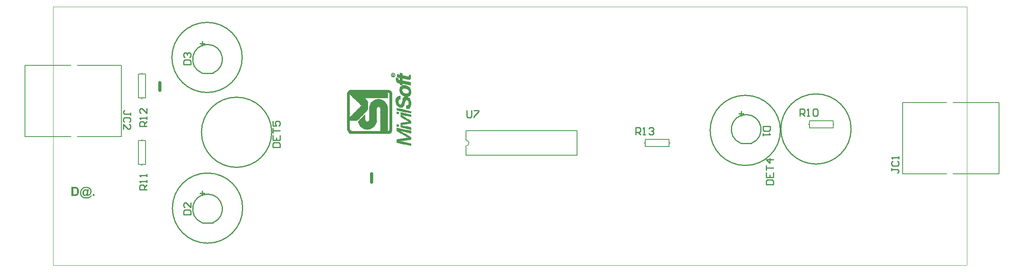
<source format=gto>
%FSLAX24Y24*%
%MOIN*%
G70*
G01*
G75*
G04 Layer_Color=61183*
%ADD10C,0.0276*%
%ADD11C,0.0394*%
%ADD12R,0.0669X0.0669*%
%ADD13C,0.0669*%
%ADD14C,0.2756*%
%ADD15C,0.0709*%
%ADD16R,0.0709X0.0709*%
%ADD17C,0.1161*%
%ADD18C,0.0787*%
%ADD19C,0.0079*%
%ADD20C,0.0100*%
%ADD21C,0.0039*%
%ADD22C,0.0030*%
G36*
X3512Y5846D02*
X3367D01*
Y5992D01*
X3512D01*
Y5846D01*
D02*
G37*
G36*
X2842Y6617D02*
X2854D01*
X2866Y6615D01*
X2881Y6613D01*
X2899Y6612D01*
X2916Y6609D01*
X2934Y6605D01*
X2974Y6596D01*
X3013Y6584D01*
X3032Y6576D01*
X3052Y6567D01*
X3053D01*
X3057Y6565D01*
X3061Y6561D01*
X3069Y6558D01*
X3077Y6552D01*
X3087Y6546D01*
X3110Y6530D01*
X3134Y6509D01*
X3160Y6485D01*
X3185Y6456D01*
X3206Y6423D01*
X3208Y6422D01*
X3209Y6418D01*
X3211Y6414D01*
X3215Y6407D01*
X3219Y6398D01*
X3224Y6387D01*
X3228Y6376D01*
X3234Y6363D01*
X3239Y6348D01*
X3243Y6332D01*
X3253Y6297D01*
X3258Y6259D01*
X3261Y6240D01*
Y6219D01*
Y6218D01*
Y6213D01*
Y6206D01*
X3259Y6197D01*
X3258Y6185D01*
X3256Y6172D01*
X3254Y6157D01*
X3250Y6139D01*
X3246Y6121D01*
X3241Y6102D01*
X3234Y6083D01*
X3226Y6062D01*
X3217Y6041D01*
X3205Y6021D01*
X3194Y6001D01*
X3179Y5980D01*
X3178Y5979D01*
X3174Y5974D01*
X3168Y5968D01*
X3160Y5959D01*
X3150Y5949D01*
X3138Y5938D01*
X3125Y5926D01*
X3108Y5913D01*
X3090Y5901D01*
X3070Y5889D01*
X3050Y5878D01*
X3027Y5867D01*
X3001Y5859D01*
X2975Y5852D01*
X2947Y5848D01*
X2918Y5846D01*
X2911D01*
X2903Y5848D01*
X2894Y5849D01*
X2873Y5853D01*
X2863Y5857D01*
X2854Y5861D01*
X2852Y5863D01*
X2850Y5864D01*
X2847Y5867D01*
X2842Y5873D01*
X2837Y5879D01*
X2832Y5887D01*
X2828Y5895D01*
X2825Y5905D01*
X2824Y5904D01*
X2822Y5903D01*
X2819Y5899D01*
X2814Y5896D01*
X2809Y5891D01*
X2802Y5887D01*
X2784Y5876D01*
X2764Y5865D01*
X2739Y5856D01*
X2713Y5849D01*
X2699Y5848D01*
X2684Y5846D01*
X2676D01*
X2670Y5848D01*
X2662Y5849D01*
X2654Y5850D01*
X2635Y5853D01*
X2612Y5860D01*
X2588Y5872D01*
X2577Y5878D01*
X2564Y5886D01*
X2553Y5895D01*
X2542Y5905D01*
X2541Y5906D01*
X2540Y5908D01*
X2538Y5911D01*
X2533Y5916D01*
X2530Y5921D01*
X2525Y5929D01*
X2519Y5938D01*
X2515Y5947D01*
X2504Y5970D01*
X2495Y5996D01*
X2488Y6027D01*
X2487Y6044D01*
X2486Y6062D01*
Y6063D01*
Y6068D01*
Y6074D01*
X2487Y6083D01*
X2488Y6093D01*
X2489Y6106D01*
X2492Y6120D01*
X2494Y6135D01*
X2499Y6152D01*
X2502Y6169D01*
X2508Y6188D01*
X2515Y6206D01*
X2523Y6226D01*
X2532Y6245D01*
X2542Y6265D01*
X2554Y6283D01*
X2555Y6285D01*
X2557Y6289D01*
X2562Y6295D01*
X2569Y6303D01*
X2577Y6312D01*
X2586Y6323D01*
X2598Y6333D01*
X2612Y6345D01*
X2625Y6356D01*
X2641Y6366D01*
X2659Y6377D01*
X2677Y6386D01*
X2698Y6394D01*
X2719Y6400D01*
X2742Y6405D01*
X2765Y6406D01*
X2774D01*
X2780Y6405D01*
X2788Y6403D01*
X2796Y6402D01*
X2817Y6396D01*
X2839Y6388D01*
X2850Y6383D01*
X2862Y6376D01*
X2872Y6368D01*
X2882Y6357D01*
X2892Y6347D01*
X2901Y6334D01*
X2914Y6393D01*
X3050D01*
X2972Y6022D01*
Y6021D01*
X2971Y6016D01*
X2970Y6010D01*
X2969Y6003D01*
X2967Y5988D01*
X2965Y5981D01*
Y5977D01*
Y5974D01*
X2967Y5970D01*
X2968Y5963D01*
X2971Y5957D01*
X2972Y5956D01*
X2975Y5955D01*
X2979Y5953D01*
X2985Y5951D01*
X2990D01*
X2994Y5953D01*
X3002Y5955D01*
X3012Y5958D01*
X3022Y5964D01*
X3035Y5971D01*
X3048Y5981D01*
X3050D01*
X3051Y5984D01*
X3058Y5988D01*
X3067Y5997D01*
X3080Y6009D01*
X3092Y6024D01*
X3107Y6042D01*
X3121Y6063D01*
X3134Y6086D01*
Y6087D01*
X3135Y6090D01*
X3137Y6093D01*
X3140Y6098D01*
X3142Y6104D01*
X3144Y6112D01*
X3151Y6129D01*
X3157Y6150D01*
X3163Y6173D01*
X3166Y6197D01*
X3167Y6223D01*
Y6225D01*
Y6229D01*
Y6236D01*
X3166Y6245D01*
X3165Y6256D01*
X3163Y6268D01*
X3159Y6282D01*
X3156Y6298D01*
X3151Y6315D01*
X3145Y6332D01*
X3137Y6349D01*
X3128Y6368D01*
X3118Y6385D01*
X3105Y6403D01*
X3091Y6421D01*
X3075Y6437D01*
X3074Y6438D01*
X3070Y6440D01*
X3066Y6445D01*
X3058Y6451D01*
X3048Y6456D01*
X3037Y6464D01*
X3024Y6473D01*
X3008Y6481D01*
X2991Y6489D01*
X2971Y6496D01*
X2950Y6504D01*
X2927Y6509D01*
X2903Y6515D01*
X2877Y6520D01*
X2848Y6522D01*
X2818Y6523D01*
X2804D01*
X2795Y6522D01*
X2782D01*
X2768Y6520D01*
X2753Y6519D01*
X2736Y6516D01*
X2699Y6509D01*
X2659Y6499D01*
X2639Y6492D01*
X2618Y6485D01*
X2599Y6476D01*
X2580Y6466D01*
X2579Y6464D01*
X2576Y6463D01*
X2571Y6460D01*
X2564Y6455D01*
X2556Y6449D01*
X2547Y6441D01*
X2537Y6433D01*
X2526Y6424D01*
X2515Y6413D01*
X2502Y6401D01*
X2490Y6387D01*
X2478Y6373D01*
X2455Y6341D01*
X2434Y6304D01*
Y6303D01*
X2432Y6300D01*
X2429Y6294D01*
X2426Y6286D01*
X2422Y6277D01*
X2419Y6265D01*
X2414Y6252D01*
X2410Y6238D01*
X2405Y6222D01*
X2401Y6206D01*
X2394Y6169D01*
X2388Y6130D01*
X2386Y6089D01*
Y6087D01*
Y6084D01*
Y6078D01*
X2387Y6070D01*
Y6061D01*
X2389Y6049D01*
X2390Y6037D01*
X2392Y6023D01*
X2399Y5992D01*
X2409Y5958D01*
X2422Y5925D01*
X2430Y5908D01*
X2440Y5890D01*
X2441Y5889D01*
X2442Y5887D01*
X2445Y5882D01*
X2450Y5875D01*
X2456Y5868D01*
X2463Y5860D01*
X2471Y5851D01*
X2480Y5841D01*
X2490Y5830D01*
X2502Y5820D01*
X2528Y5798D01*
X2560Y5777D01*
X2594Y5760D01*
X2595D01*
X2599Y5758D01*
X2605Y5757D01*
X2612Y5753D01*
X2621Y5751D01*
X2632Y5747D01*
X2645Y5743D01*
X2660Y5739D01*
X2676Y5736D01*
X2693Y5731D01*
X2712Y5728D01*
X2731Y5725D01*
X2775Y5721D01*
X2821Y5718D01*
X2833D01*
X2842Y5720D01*
X2852D01*
X2865Y5721D01*
X2879Y5722D01*
X2894Y5723D01*
X2927Y5727D01*
X2963Y5733D01*
X2999Y5742D01*
X3034Y5753D01*
X3035D01*
X3037Y5754D01*
X3042Y5757D01*
X3048Y5760D01*
X3055Y5763D01*
X3065Y5768D01*
X3085Y5780D01*
X3107Y5793D01*
X3132Y5812D01*
X3156Y5833D01*
X3178Y5857D01*
X3288D01*
Y5856D01*
X3286Y5852D01*
X3283Y5846D01*
X3279Y5840D01*
X3273Y5830D01*
X3266Y5821D01*
X3258Y5810D01*
X3249Y5797D01*
X3239Y5784D01*
X3227Y5770D01*
X3213Y5758D01*
X3200Y5744D01*
X3183Y5730D01*
X3167Y5717D01*
X3149Y5705D01*
X3129Y5693D01*
X3128Y5692D01*
X3123Y5690D01*
X3117Y5686D01*
X3107Y5683D01*
X3096Y5677D01*
X3081Y5671D01*
X3065Y5665D01*
X3046Y5659D01*
X3025Y5652D01*
X3002Y5646D01*
X2978Y5640D01*
X2952Y5634D01*
X2924Y5631D01*
X2894Y5627D01*
X2863Y5625D01*
X2831Y5624D01*
X2814D01*
X2802Y5625D01*
X2787Y5626D01*
X2771Y5627D01*
X2751Y5629D01*
X2730Y5631D01*
X2707Y5634D01*
X2683Y5638D01*
X2635Y5648D01*
X2609Y5655D01*
X2584Y5663D01*
X2560Y5671D01*
X2535Y5682D01*
X2534Y5683D01*
X2530Y5684D01*
X2524Y5687D01*
X2516Y5692D01*
X2505Y5699D01*
X2493Y5706D01*
X2480Y5714D01*
X2466Y5724D01*
X2451Y5736D01*
X2436Y5748D01*
X2421Y5762D01*
X2406Y5777D01*
X2391Y5793D01*
X2377Y5812D01*
X2364Y5830D01*
X2352Y5851D01*
X2351Y5852D01*
X2350Y5856D01*
X2346Y5863D01*
X2343Y5871D01*
X2338Y5881D01*
X2334Y5894D01*
X2328Y5908D01*
X2322Y5924D01*
X2316Y5941D01*
X2311Y5959D01*
X2306Y5980D01*
X2301Y6001D01*
X2294Y6047D01*
X2293Y6071D01*
X2292Y6095D01*
Y6097D01*
Y6102D01*
Y6109D01*
X2293Y6120D01*
X2294Y6134D01*
X2296Y6149D01*
X2298Y6165D01*
X2300Y6184D01*
X2305Y6204D01*
X2308Y6226D01*
X2314Y6248D01*
X2321Y6271D01*
X2329Y6295D01*
X2338Y6319D01*
X2349Y6342D01*
X2360Y6366D01*
X2361Y6368D01*
X2364Y6372D01*
X2367Y6378D01*
X2373Y6387D01*
X2380Y6398D01*
X2388Y6409D01*
X2398Y6423D01*
X2410Y6437D01*
X2422Y6452D01*
X2436Y6468D01*
X2452Y6483D01*
X2469Y6499D01*
X2487Y6514D01*
X2505Y6529D01*
X2526Y6542D01*
X2548Y6554D01*
X2549Y6556D01*
X2554Y6557D01*
X2560Y6560D01*
X2569Y6565D01*
X2580Y6569D01*
X2594Y6574D01*
X2609Y6580D01*
X2626Y6587D01*
X2646Y6592D01*
X2667Y6598D01*
X2689Y6603D01*
X2713Y6607D01*
X2738Y6612D01*
X2765Y6615D01*
X2791Y6617D01*
X2820Y6618D01*
X2833D01*
X2842Y6617D01*
D02*
G37*
G36*
X1885Y6603D02*
X1906Y6602D01*
X1930Y6601D01*
X1953Y6598D01*
X1976Y6594D01*
X1997Y6589D01*
X1998D01*
X2000Y6588D01*
X2004Y6587D01*
X2008Y6586D01*
X2020Y6580D01*
X2036Y6573D01*
X2053Y6564D01*
X2072Y6551D01*
X2092Y6536D01*
X2110Y6519D01*
X2111D01*
X2112Y6516D01*
X2118Y6509D01*
X2126Y6499D01*
X2138Y6485D01*
X2149Y6467D01*
X2161Y6446D01*
X2172Y6423D01*
X2183Y6396D01*
Y6395D01*
X2184Y6393D01*
X2185Y6390D01*
X2186Y6384D01*
X2188Y6377D01*
X2191Y6368D01*
X2193Y6358D01*
X2195Y6347D01*
X2198Y6334D01*
X2200Y6321D01*
X2204Y6290D01*
X2207Y6256D01*
X2208Y6218D01*
Y6217D01*
Y6213D01*
Y6208D01*
Y6202D01*
X2207Y6194D01*
Y6184D01*
X2204Y6162D01*
X2202Y6137D01*
X2198Y6110D01*
X2192Y6083D01*
X2184Y6056D01*
Y6055D01*
X2183Y6053D01*
X2181Y6048D01*
X2179Y6042D01*
X2176Y6036D01*
X2172Y6027D01*
X2163Y6009D01*
X2151Y5987D01*
X2138Y5965D01*
X2121Y5943D01*
X2103Y5923D01*
X2101Y5921D01*
X2096Y5916D01*
X2087Y5909D01*
X2075Y5901D01*
X2059Y5890D01*
X2041Y5880D01*
X2020Y5871D01*
X1996Y5861D01*
X1993Y5860D01*
X1987Y5859D01*
X1976Y5857D01*
X1960Y5855D01*
X1942Y5851D01*
X1919Y5849D01*
X1891Y5848D01*
X1861Y5846D01*
X1575D01*
Y6604D01*
X1876D01*
X1885Y6603D01*
D02*
G37*
%LPC*%
G36*
X1829Y6476D02*
X1728D01*
Y5974D01*
X1863D01*
X1877Y5976D01*
X1891D01*
X1907Y5978D01*
X1921Y5979D01*
X1932Y5981D01*
X1934D01*
X1939Y5984D01*
X1946Y5986D01*
X1954Y5988D01*
X1975Y5999D01*
X1985Y6004D01*
X1995Y6012D01*
X1996Y6014D01*
X1999Y6017D01*
X2003Y6022D01*
X2008Y6030D01*
X2015Y6040D01*
X2021Y6053D01*
X2028Y6068D01*
X2034Y6085D01*
Y6086D01*
X2035Y6087D01*
Y6091D01*
X2036Y6094D01*
X2038Y6106D01*
X2042Y6122D01*
X2045Y6142D01*
X2048Y6166D01*
X2049Y6194D01*
X2050Y6225D01*
Y6226D01*
Y6228D01*
Y6233D01*
Y6240D01*
Y6247D01*
X2049Y6255D01*
X2048Y6274D01*
X2047Y6296D01*
X2043Y6318D01*
X2040Y6340D01*
X2034Y6358D01*
X2033Y6361D01*
X2032Y6366D01*
X2028Y6375D01*
X2023Y6385D01*
X2017Y6398D01*
X2010Y6409D01*
X2002Y6422D01*
X1991Y6432D01*
X1990Y6433D01*
X1987Y6437D01*
X1980Y6441D01*
X1972Y6447D01*
X1962Y6453D01*
X1950Y6459D01*
X1936Y6463D01*
X1921Y6468D01*
X1920D01*
X1914Y6469D01*
X1906Y6470D01*
X1893Y6473D01*
X1885D01*
X1876Y6474D01*
X1867D01*
X1855Y6475D01*
X1842D01*
X1829Y6476D01*
D02*
G37*
G36*
X2778Y6312D02*
X2769D01*
X2761Y6310D01*
X2750Y6308D01*
X2737Y6304D01*
X2723Y6297D01*
X2710Y6289D01*
X2695Y6278D01*
X2693Y6277D01*
X2689Y6271D01*
X2682Y6264D01*
X2674Y6252D01*
X2665Y6238D01*
X2655Y6222D01*
X2646Y6202D01*
X2638Y6180D01*
Y6179D01*
X2637Y6177D01*
Y6174D01*
X2636Y6169D01*
X2632Y6157D01*
X2629Y6142D01*
X2625Y6124D01*
X2623Y6106D01*
X2621Y6086D01*
X2620Y6068D01*
Y6067D01*
Y6066D01*
Y6062D01*
Y6057D01*
X2621Y6046D01*
X2623Y6031D01*
X2626Y6015D01*
X2631Y6000D01*
X2637Y5984D01*
X2646Y5971D01*
X2647Y5970D01*
X2651Y5966D01*
X2656Y5962D01*
X2665Y5956D01*
X2674Y5950D01*
X2685Y5946D01*
X2698Y5942D01*
X2712Y5941D01*
X2716D01*
X2722Y5942D01*
X2729Y5943D01*
X2738Y5944D01*
X2748Y5947D01*
X2757Y5950D01*
X2767Y5955D01*
X2768D01*
X2771Y5957D01*
X2774Y5959D01*
X2780Y5963D01*
X2791Y5973D01*
X2805Y5987D01*
X2806Y5988D01*
X2810Y5993D01*
X2816Y6000D01*
X2821Y6010D01*
X2829Y6023D01*
X2836Y6039D01*
X2844Y6057D01*
X2852Y6078D01*
Y6079D01*
X2854Y6081D01*
X2855Y6084D01*
X2856Y6089D01*
X2859Y6100D01*
X2863Y6115D01*
X2866Y6132D01*
X2870Y6152D01*
X2872Y6172D01*
X2873Y6191D01*
Y6192D01*
Y6194D01*
Y6200D01*
X2872Y6211D01*
X2870Y6223D01*
X2866Y6238D01*
X2862Y6253D01*
X2855Y6267D01*
X2846Y6280D01*
X2844Y6281D01*
X2841Y6285D01*
X2835Y6290D01*
X2827Y6296D01*
X2817Y6302D01*
X2805Y6308D01*
X2793Y6311D01*
X2778Y6312D01*
D02*
G37*
%LPD*%
D10*
X8996Y14724D02*
Y15384D01*
X26791Y6998D02*
Y7697D01*
D19*
X34725Y10045D02*
G03*
X34725Y10545I0J250D01*
G01*
X34725Y9252D02*
Y10045D01*
Y10545D02*
Y11339D01*
X44055Y9252D02*
Y11339D01*
X34725Y9252D02*
X44055D01*
X34725Y11339D02*
X44055D01*
X-2342Y10839D02*
Y16839D01*
X1537D01*
X2078D02*
X5760D01*
Y10839D02*
Y16839D01*
X2078Y10839D02*
X5760D01*
X-2342D02*
X1537D01*
X7200Y10508D02*
X7500D01*
X7200Y8508D02*
Y10508D01*
Y8508D02*
X7800D01*
Y10508D01*
X7500D02*
X7800D01*
X7500Y8418D02*
Y8508D01*
Y10508D02*
Y10598D01*
Y14096D02*
X7800D01*
Y16096D01*
X7200D02*
X7800D01*
X7200Y14096D02*
Y16096D01*
Y14096D02*
X7500D01*
Y16096D02*
Y16186D01*
Y14006D02*
Y14096D01*
X79547Y7689D02*
Y13689D01*
X75668Y7689D02*
X79547D01*
X71445D02*
X75127D01*
X71445D02*
Y13689D01*
X75127D01*
X75668D02*
X79547D01*
X49717Y10295D02*
X49807D01*
X51807D02*
X51897D01*
X49807D02*
Y10595D01*
X51807D01*
Y9995D02*
Y10595D01*
X49807Y9995D02*
X51807D01*
X49807D02*
Y10295D01*
X65587Y11870D02*
X65677D01*
X63497D02*
X63587D01*
X65587Y11570D02*
Y11870D01*
X63587Y11570D02*
X65587D01*
X63587D02*
Y12170D01*
X65587D01*
Y11870D02*
Y12170D01*
D20*
X15925Y17500D02*
G03*
X15925Y17500I-2953J0D01*
G01*
X15965Y4815D02*
G03*
X15965Y4815I-2953J0D01*
G01*
X18406Y11201D02*
G03*
X18406Y11201I-2953J0D01*
G01*
X61162Y11358D02*
G03*
X61162Y11358I-2953J0D01*
G01*
X58746Y10280D02*
G03*
X57818Y10282I-462J1159D01*
G01*
X13471Y3587D02*
G03*
X12543Y3589I-462J1159D01*
G01*
X13471Y16186D02*
G03*
X12543Y16187I-462J1159D01*
G01*
X67106Y11476D02*
G03*
X67106Y11476I-2953J0D01*
G01*
X57835Y10276D02*
X58730D01*
X57654Y12775D02*
X57854D01*
X58054D01*
X57854Y12575D02*
Y12975D01*
X12559Y3583D02*
X13455D01*
X12379Y6083D02*
X12579D01*
X12779D01*
X12579Y5883D02*
Y6283D01*
X12559Y16181D02*
X13455D01*
X12379Y18681D02*
X12579D01*
X12779D01*
X12579Y18481D02*
Y18881D01*
X34789Y13026D02*
Y12526D01*
X34889Y12426D01*
X35089D01*
X35189Y12526D01*
Y13026D01*
X35389D02*
X35788D01*
Y12926D01*
X35389Y12526D01*
Y12426D01*
X7894Y11697D02*
X7294D01*
Y11997D01*
X7394Y12097D01*
X7594D01*
X7694Y11997D01*
Y11697D01*
Y11897D02*
X7894Y12097D01*
Y12297D02*
Y12497D01*
Y12397D01*
X7294D01*
X7394Y12297D01*
X7894Y13196D02*
Y12796D01*
X7494Y13196D01*
X7394D01*
X7294Y13096D01*
Y12896D01*
X7394Y12796D01*
X7894Y6358D02*
X7294D01*
Y6658D01*
X7394Y6758D01*
X7594D01*
X7694Y6658D01*
Y6358D01*
Y6558D02*
X7894Y6758D01*
Y6958D02*
Y7158D01*
Y7058D01*
X7294D01*
X7394Y6958D01*
X7894Y7458D02*
Y7658D01*
Y7558D01*
X7294D01*
X7394Y7458D01*
X6525Y12651D02*
Y12851D01*
Y12751D01*
X6025D01*
X5925Y12851D01*
Y12951D01*
X6025Y13051D01*
X6425Y12052D02*
X6525Y12151D01*
Y12351D01*
X6425Y12451D01*
X6025D01*
X5925Y12351D01*
Y12151D01*
X6025Y12052D01*
X5925Y11452D02*
Y11852D01*
X6325Y11452D01*
X6425D01*
X6525Y11552D01*
Y11752D01*
X6425Y11852D01*
X70503Y8154D02*
Y7954D01*
Y8054D01*
X71002D01*
X71102Y7954D01*
Y7854D01*
X71002Y7754D01*
X70603Y8754D02*
X70503Y8654D01*
Y8454D01*
X70603Y8354D01*
X71002D01*
X71102Y8454D01*
Y8654D01*
X71002Y8754D01*
X71102Y8954D02*
Y9154D01*
Y9054D01*
X70503D01*
X70603Y8954D01*
X10995Y16909D02*
X11595D01*
Y17209D01*
X11495Y17309D01*
X11095D01*
X10995Y17209D01*
Y16909D01*
X11095Y17509D02*
X10995Y17609D01*
Y17809D01*
X11095Y17909D01*
X11195D01*
X11295Y17809D01*
Y17709D01*
Y17809D01*
X11395Y17909D01*
X11495D01*
X11595Y17809D01*
Y17609D01*
X11495Y17509D01*
X10995Y4272D02*
X11595D01*
Y4572D01*
X11495Y4672D01*
X11095D01*
X10995Y4572D01*
Y4272D01*
X11595Y5271D02*
Y4871D01*
X11195Y5271D01*
X11095D01*
X10995Y5171D01*
Y4971D01*
X11095Y4871D01*
X60305Y11696D02*
X59705D01*
Y11396D01*
X59805Y11296D01*
X60205D01*
X60305Y11396D01*
Y11696D01*
X59705Y11096D02*
Y10896D01*
Y10996D01*
X60305D01*
X60205Y11096D01*
X49014Y10986D02*
Y11586D01*
X49314D01*
X49414Y11486D01*
Y11286D01*
X49314Y11186D01*
X49014D01*
X49214D02*
X49414Y10986D01*
X49614D02*
X49814D01*
X49714D01*
Y11586D01*
X49614Y11486D01*
X50114D02*
X50214Y11586D01*
X50414D01*
X50514Y11486D01*
Y11386D01*
X50414Y11286D01*
X50314D01*
X50414D01*
X50514Y11186D01*
Y11086D01*
X50414Y10986D01*
X50214D01*
X50114Y11086D01*
X62792Y12569D02*
Y13168D01*
X63092D01*
X63192Y13068D01*
Y12868D01*
X63092Y12768D01*
X62792D01*
X62992D02*
X63192Y12569D01*
X63392D02*
X63592D01*
X63492D01*
Y13168D01*
X63392Y13068D01*
X63891D02*
X63991Y13168D01*
X64191D01*
X64291Y13068D01*
Y12668D01*
X64191Y12569D01*
X63991D01*
X63891Y12668D01*
Y13068D01*
X18515Y9941D02*
X19114D01*
Y10241D01*
X19014Y10341D01*
X18614D01*
X18515Y10241D01*
Y9941D01*
Y10941D02*
Y10541D01*
X19114D01*
Y10941D01*
X18814Y10541D02*
Y10741D01*
X18515Y11141D02*
Y11540D01*
Y11340D01*
X19114D01*
X18515Y12140D02*
Y11740D01*
X18814D01*
X18714Y11940D01*
Y12040D01*
X18814Y12140D01*
X19014D01*
X19114Y12040D01*
Y11840D01*
X19014Y11740D01*
X59971Y6791D02*
X60571D01*
Y7091D01*
X60471Y7191D01*
X60071D01*
X59971Y7091D01*
Y6791D01*
Y7791D02*
Y7391D01*
X60571D01*
Y7791D01*
X60271Y7391D02*
Y7591D01*
X59971Y7991D02*
Y8391D01*
Y8191D01*
X60571D01*
Y8891D02*
X59971D01*
X60271Y8591D01*
Y8991D01*
D21*
X76821Y20D02*
Y21763D01*
X76801Y-0D02*
X76821Y20D01*
X20Y-0D02*
X76801D01*
X20D02*
Y21764D01*
X30Y21772D02*
X76811D01*
D22*
X24739Y11416D02*
Y14536D01*
X24769Y11356D02*
Y14566D01*
X24799Y11296D02*
Y14626D01*
X24829Y11236D02*
Y14656D01*
X24859Y11206D02*
Y14686D01*
X24889Y11176D02*
Y14716D01*
X24919Y11146D02*
Y14746D01*
X24949Y11116D02*
Y14746D01*
X24979Y11116D02*
Y11446D01*
Y12196D02*
Y12496D01*
Y12766D02*
Y12796D01*
Y14386D02*
Y14776D01*
X25009Y11086D02*
Y11386D01*
Y12196D02*
Y12526D01*
Y14356D02*
Y14776D01*
X25039Y11086D02*
Y11356D01*
Y12196D02*
Y12556D01*
Y14326D02*
Y14776D01*
X25069Y11086D02*
Y11326D01*
Y12196D02*
Y12586D01*
Y14296D02*
Y14776D01*
X25099Y11086D02*
Y11326D01*
Y12196D02*
Y12616D01*
Y14266D02*
Y14776D01*
X25129Y11086D02*
Y11296D01*
Y12196D02*
Y12646D01*
Y14236D02*
Y14776D01*
X25159Y11086D02*
Y11296D01*
Y12196D02*
Y12676D01*
Y14206D02*
Y14776D01*
X25189Y11086D02*
Y11296D01*
Y12196D02*
Y12706D01*
Y14176D02*
Y14776D01*
X25219Y11086D02*
Y11296D01*
Y12196D02*
Y12736D01*
Y14146D02*
Y14776D01*
X25249Y11086D02*
Y11296D01*
Y12196D02*
Y12766D01*
Y14116D02*
Y14776D01*
X25279Y11086D02*
Y11296D01*
Y12196D02*
Y12796D01*
Y14086D02*
Y14776D01*
X25309Y11086D02*
Y11296D01*
Y12196D02*
Y12826D01*
Y14056D02*
Y14776D01*
X25339Y11086D02*
Y11296D01*
Y12196D02*
Y12856D01*
Y14026D02*
Y14776D01*
X25369Y11086D02*
Y11296D01*
Y12196D02*
Y12886D01*
Y13996D02*
Y14776D01*
X25399Y11086D02*
Y11296D01*
Y12196D02*
Y12916D01*
Y13966D02*
Y14776D01*
X25429Y11086D02*
Y11296D01*
Y12196D02*
Y12946D01*
Y13966D02*
Y14776D01*
X25459Y11086D02*
Y11296D01*
Y12196D02*
Y12976D01*
Y13936D02*
Y14776D01*
X25489Y11086D02*
Y11296D01*
Y12196D02*
Y13006D01*
Y13906D02*
Y14776D01*
X25519Y11086D02*
Y11296D01*
Y12196D02*
Y13036D01*
Y13876D02*
Y14776D01*
X25549Y11086D02*
Y11296D01*
Y12196D02*
Y13066D01*
Y13846D02*
Y14776D01*
X25579Y11086D02*
Y11296D01*
Y12196D02*
Y13096D01*
Y13816D02*
Y14776D01*
X25609Y11086D02*
Y11296D01*
Y12226D02*
Y13126D01*
Y13786D02*
Y14776D01*
X25639Y11086D02*
Y11296D01*
Y12256D02*
Y13156D01*
Y13756D02*
Y14776D01*
X25669Y11086D02*
Y11296D01*
Y12016D02*
Y12136D01*
Y12286D02*
Y13186D01*
Y13726D02*
Y14776D01*
X25699Y11086D02*
Y11296D01*
Y11956D02*
Y12166D01*
Y12316D02*
Y13216D01*
Y13696D02*
Y14776D01*
X25729Y11086D02*
Y11296D01*
Y11866D02*
Y12196D01*
Y12316D02*
Y13246D01*
Y13666D02*
Y14776D01*
X25759Y11086D02*
Y11296D01*
Y11836D02*
Y12226D01*
Y12376D02*
Y13276D01*
Y13636D02*
Y14776D01*
X25789Y11086D02*
Y11296D01*
Y11776D02*
Y12256D01*
Y12406D02*
Y13306D01*
Y13606D02*
Y14776D01*
X25819Y11086D02*
Y11296D01*
Y11746D02*
Y12286D01*
Y12436D02*
Y13336D01*
Y13576D02*
Y14776D01*
X25849Y11086D02*
Y11296D01*
Y11716D02*
Y12316D01*
Y12466D02*
Y13366D01*
Y13546D02*
Y14776D01*
X25879Y11086D02*
Y11296D01*
Y11686D02*
Y12346D01*
Y12496D02*
Y13396D01*
Y13516D02*
Y14776D01*
X25909Y11086D02*
Y11296D01*
Y11656D02*
Y12376D01*
Y12526D02*
Y13426D01*
Y13486D02*
Y14776D01*
X25939Y11086D02*
Y11296D01*
Y11626D02*
Y12406D01*
Y12556D02*
Y14776D01*
X25969Y11086D02*
Y11296D01*
Y11596D02*
Y12436D01*
Y12586D02*
Y14776D01*
X25999Y11086D02*
Y11296D01*
Y11596D02*
Y12466D01*
Y12616D02*
Y14776D01*
X26029Y11086D02*
Y11296D01*
Y11566D02*
Y12496D01*
Y12646D02*
Y14776D01*
X26059Y11086D02*
Y11296D01*
Y11536D02*
Y12526D01*
Y12676D02*
Y14776D01*
X26089Y11086D02*
Y11296D01*
Y11536D02*
Y12556D01*
Y12706D02*
Y14776D01*
X26119Y11086D02*
Y11296D01*
Y11506D02*
Y12586D01*
Y12736D02*
Y14776D01*
X26149Y11086D02*
Y11296D01*
Y11506D02*
Y12616D01*
Y12766D02*
Y14776D01*
X26179Y11086D02*
Y11296D01*
Y11506D02*
Y12646D01*
Y12796D02*
Y14776D01*
X26209Y11086D02*
Y11296D01*
Y11476D02*
Y12676D01*
Y12826D02*
Y14776D01*
X26239Y11086D02*
Y11296D01*
Y11476D02*
Y12706D01*
Y12856D02*
Y14056D01*
Y14086D02*
Y14776D01*
X26269Y11086D02*
Y11296D01*
Y11476D02*
Y12226D01*
Y12886D02*
Y14026D01*
Y14086D02*
Y14776D01*
X26299Y11086D02*
Y11296D01*
Y11476D02*
Y12166D01*
Y12916D02*
Y13996D01*
Y14086D02*
Y14776D01*
X26329Y11086D02*
Y11296D01*
Y11476D02*
Y12136D01*
Y12976D02*
Y13966D01*
Y14086D02*
Y14776D01*
X26359Y11086D02*
Y11296D01*
Y11476D02*
Y12106D01*
Y13006D02*
Y13936D01*
Y14086D02*
Y14776D01*
X26389Y11086D02*
Y11296D01*
Y11446D02*
Y12106D01*
Y13036D02*
Y13906D01*
Y14086D02*
Y14776D01*
X26419Y11086D02*
Y11296D01*
Y11446D02*
Y12106D01*
Y13066D02*
Y13876D01*
Y14086D02*
Y14776D01*
X26449Y11086D02*
Y11296D01*
Y11446D02*
Y12106D01*
Y13096D02*
Y13846D01*
Y14086D02*
Y14776D01*
X26479Y11086D02*
Y11296D01*
Y11476D02*
Y12106D01*
Y13126D02*
Y13816D01*
Y14086D02*
Y14776D01*
X26509Y11086D02*
Y11296D01*
Y11476D02*
Y12136D01*
Y14086D02*
Y14776D01*
X26539Y11086D02*
Y11296D01*
Y11476D02*
Y12166D01*
Y14086D02*
Y14776D01*
X26569Y11086D02*
Y11296D01*
Y11476D02*
Y12196D01*
Y14086D02*
Y14776D01*
X26599Y11086D02*
Y11296D01*
Y11476D02*
Y13366D01*
Y14086D02*
Y14776D01*
X26629Y11086D02*
Y11296D01*
Y11476D02*
Y13486D01*
Y14086D02*
Y14776D01*
X26659Y11086D02*
Y11296D01*
Y11506D02*
Y13546D01*
Y14086D02*
Y14776D01*
X26689Y11086D02*
Y11296D01*
Y11506D02*
Y13606D01*
Y14086D02*
Y14776D01*
X26719Y11086D02*
Y11296D01*
Y11506D02*
Y13666D01*
Y14086D02*
Y14776D01*
X26749Y11086D02*
Y11296D01*
Y11536D02*
Y13696D01*
Y14086D02*
Y14776D01*
X26779Y11086D02*
Y11296D01*
Y11536D02*
Y13726D01*
Y14086D02*
Y14776D01*
X26809Y11086D02*
Y11296D01*
Y11566D02*
Y13756D01*
Y14086D02*
Y14776D01*
X26839Y11086D02*
Y11296D01*
Y11566D02*
Y13786D01*
Y14086D02*
Y14776D01*
X26869Y11086D02*
Y11296D01*
Y11596D02*
Y13816D01*
Y14086D02*
Y14776D01*
X26899Y11086D02*
Y11296D01*
Y11626D02*
Y13846D01*
Y14086D02*
Y14776D01*
X26929Y11086D02*
Y11296D01*
Y11626D02*
Y13876D01*
Y14086D02*
Y14776D01*
X26959Y11086D02*
Y11296D01*
Y11656D02*
Y13876D01*
Y14086D02*
Y14776D01*
X26989Y11086D02*
Y11296D01*
Y11686D02*
Y13906D01*
Y14086D02*
Y14776D01*
X27019Y11086D02*
Y11296D01*
Y11716D02*
Y13906D01*
Y14086D02*
Y14776D01*
X27049Y11086D02*
Y11296D01*
Y11746D02*
Y13936D01*
Y14086D02*
Y14776D01*
X27079Y11086D02*
Y11296D01*
Y11806D02*
Y13936D01*
Y14086D02*
Y14776D01*
X27109Y11086D02*
Y11296D01*
Y11836D02*
Y13966D01*
Y14086D02*
Y14776D01*
X27139Y11086D02*
Y11296D01*
Y11896D02*
Y13966D01*
Y14086D02*
Y14776D01*
X27169Y11086D02*
Y11296D01*
Y11956D02*
Y13966D01*
Y14086D02*
Y14776D01*
X27199Y11086D02*
Y11296D01*
Y12046D02*
Y13966D01*
Y14086D02*
Y14776D01*
X27229Y11086D02*
Y11296D01*
Y12136D02*
Y12166D01*
Y13276D02*
Y13996D01*
Y14086D02*
Y14776D01*
X27259Y11086D02*
Y11296D01*
Y13306D02*
Y13996D01*
Y14086D02*
Y14776D01*
X27289Y11086D02*
Y11296D01*
Y13336D02*
Y13996D01*
Y14086D02*
Y14776D01*
X27319Y11086D02*
Y11296D01*
Y13366D02*
Y13996D01*
Y14086D02*
Y14776D01*
X27349Y11086D02*
Y11296D01*
Y13366D02*
Y13996D01*
Y14086D02*
Y14776D01*
X27379Y11086D02*
Y11296D01*
Y13366D02*
Y13996D01*
Y14086D02*
Y14776D01*
X27409Y11086D02*
Y11296D01*
Y13366D02*
Y13996D01*
Y14086D02*
Y14776D01*
X27439Y11086D02*
Y11296D01*
Y13336D02*
Y13996D01*
Y14086D02*
Y14776D01*
X27469Y11086D02*
Y11296D01*
Y13306D02*
Y13996D01*
Y14086D02*
Y14776D01*
X27499Y11086D02*
Y11296D01*
Y12856D02*
Y12886D01*
Y13276D02*
Y13996D01*
Y14086D02*
Y14776D01*
X27529Y11086D02*
Y13966D01*
Y14086D02*
Y14776D01*
X27559Y11086D02*
Y13966D01*
Y14086D02*
Y14776D01*
X27589Y11086D02*
Y13966D01*
Y14086D02*
Y14776D01*
X27619Y11086D02*
Y13966D01*
Y14086D02*
Y14776D01*
X27649Y11086D02*
Y13936D01*
Y14086D02*
Y14776D01*
X27679Y11086D02*
Y13936D01*
Y14086D02*
Y14776D01*
X27709Y11086D02*
Y13906D01*
Y14086D02*
Y14776D01*
X27739Y11086D02*
Y13906D01*
Y14086D02*
Y14776D01*
X27769Y11086D02*
Y13876D01*
Y14086D02*
Y14776D01*
X27799Y11086D02*
Y13876D01*
Y14086D02*
Y14776D01*
X27829Y11086D02*
Y13846D01*
Y14086D02*
Y14776D01*
X27859Y11086D02*
Y13816D01*
Y14086D02*
Y14776D01*
X27889Y11086D02*
Y13786D01*
Y14086D02*
Y14776D01*
X27919Y11086D02*
Y13756D01*
Y14086D02*
Y14776D01*
X27949Y11086D02*
Y13726D01*
Y14086D02*
Y14776D01*
X27979Y11086D02*
Y13696D01*
Y14086D02*
Y14776D01*
X28009Y11086D02*
Y13636D01*
Y14086D02*
Y14776D01*
X28039Y11086D02*
Y13606D01*
Y14086D02*
Y14776D01*
X28069Y11086D02*
Y13546D01*
Y14086D02*
Y14776D01*
X28099Y11086D02*
Y13486D01*
Y14086D02*
Y14776D01*
X28129Y11086D02*
Y13366D01*
Y14086D02*
Y14776D01*
X28159Y11086D02*
Y11296D01*
Y14566D02*
Y14776D01*
X28189Y11086D02*
Y11296D01*
Y14566D02*
Y14776D01*
X28219Y11086D02*
Y11326D01*
Y14566D02*
Y14776D01*
X28249Y11086D02*
Y11326D01*
Y14536D02*
Y14776D01*
X28279Y11086D02*
Y11386D01*
Y14506D02*
Y14776D01*
X28309Y11086D02*
Y14746D01*
X28339Y11116D02*
Y14716D01*
X28369Y11146D02*
Y14716D01*
X28399Y11146D02*
Y14686D01*
X28429Y11176D02*
Y14656D01*
Y15946D02*
Y16096D01*
X28459Y11236D02*
Y14596D01*
Y15916D02*
Y15976D01*
Y16066D02*
Y16126D01*
X28489Y11326D02*
Y14536D01*
Y15886D02*
Y15916D01*
Y15946D02*
Y16066D01*
Y16126D02*
Y16156D01*
X28519Y15856D02*
Y15886D01*
Y15946D02*
Y15976D01*
Y16066D02*
Y16096D01*
Y16156D02*
Y16186D01*
X28549Y15856D02*
Y15886D01*
Y15946D02*
Y15976D01*
Y16066D02*
Y16096D01*
Y16156D02*
Y16186D01*
X28579Y15856D02*
Y15886D01*
Y15946D02*
Y15976D01*
Y16036D02*
Y16096D01*
Y16156D02*
Y16186D01*
X28609Y15856D02*
Y15886D01*
Y15946D02*
Y16066D01*
Y16156D02*
Y16186D01*
X28639Y15856D02*
Y15886D01*
Y15946D02*
Y15976D01*
Y16036D02*
Y16066D01*
Y16156D02*
Y16186D01*
X28669Y15856D02*
Y15916D01*
Y15946D02*
Y15976D01*
Y16066D02*
Y16096D01*
Y16126D02*
Y16186D01*
X28699Y15886D02*
Y15916D01*
Y15946D02*
Y15976D01*
Y16066D02*
Y16156D01*
X28729Y15916D02*
Y15976D01*
Y16066D02*
Y16126D01*
X28759Y15976D02*
Y16066D01*
X28819Y13756D02*
Y13936D01*
X28849Y13636D02*
Y14056D01*
Y15586D02*
Y15796D01*
X28879Y13546D02*
Y14116D01*
Y15496D02*
Y15796D01*
X28909Y10336D02*
Y10606D01*
Y11326D02*
Y11596D01*
Y11716D02*
Y11866D01*
Y12766D02*
Y12946D01*
Y13066D02*
Y13246D01*
Y13486D02*
Y14146D01*
Y15436D02*
Y15796D01*
X28939Y10336D02*
Y10606D01*
Y11296D02*
Y11566D01*
Y11686D02*
Y11866D01*
Y12766D02*
Y12946D01*
Y13066D02*
Y13246D01*
Y13456D02*
Y14176D01*
Y15406D02*
Y15766D01*
Y15856D02*
Y16096D01*
X28969Y10336D02*
Y10606D01*
Y11296D02*
Y11566D01*
Y11686D02*
Y11866D01*
Y12766D02*
Y12946D01*
Y13066D02*
Y13216D01*
Y13426D02*
Y14206D01*
Y15406D02*
Y15766D01*
Y15826D02*
Y16096D01*
X28999Y10336D02*
Y10636D01*
Y11266D02*
Y11566D01*
Y11686D02*
Y11866D01*
Y12766D02*
Y12916D01*
Y13066D02*
Y13216D01*
Y13396D02*
Y14236D01*
Y15376D02*
Y15766D01*
Y15826D02*
Y16066D01*
X29029Y10306D02*
Y10636D01*
Y11236D02*
Y11566D01*
Y11686D02*
Y11836D01*
Y12766D02*
Y12916D01*
Y13036D02*
Y13216D01*
Y13366D02*
Y14236D01*
Y15376D02*
Y15766D01*
Y15826D02*
Y16066D01*
X29059Y10306D02*
Y10636D01*
Y11236D02*
Y11536D01*
Y11686D02*
Y11836D01*
Y12766D02*
Y12916D01*
Y13036D02*
Y13216D01*
Y13366D02*
Y13666D01*
Y13906D02*
Y14236D01*
Y15346D02*
Y15616D01*
Y15826D02*
Y16066D01*
X29089Y10306D02*
Y10636D01*
Y11206D02*
Y11536D01*
Y13036D02*
Y13216D01*
Y13336D02*
Y13606D01*
Y13966D02*
Y14266D01*
Y15346D02*
Y15616D01*
Y15826D02*
Y16066D01*
X29119Y10306D02*
Y10636D01*
Y11206D02*
Y11536D01*
Y13036D02*
Y13186D01*
Y13336D02*
Y13576D01*
Y13996D02*
Y14266D01*
Y15346D02*
Y15586D01*
Y15796D02*
Y16066D01*
X29149Y10306D02*
Y10636D01*
Y11176D02*
Y11536D01*
Y13006D02*
Y13186D01*
Y13306D02*
Y13576D01*
Y13996D02*
Y14266D01*
Y14686D02*
Y14866D01*
Y15346D02*
Y15586D01*
Y15796D02*
Y16036D01*
X29179Y10276D02*
Y10456D01*
Y10486D02*
Y10636D01*
Y11176D02*
Y11326D01*
Y11356D02*
Y11536D01*
Y13006D02*
Y13186D01*
Y13306D02*
Y13546D01*
Y13996D02*
Y14266D01*
Y14566D02*
Y14986D01*
Y15226D02*
Y16186D01*
X29209Y10276D02*
Y10456D01*
Y10486D02*
Y10666D01*
Y11146D02*
Y11326D01*
Y11356D02*
Y11506D01*
Y13006D02*
Y13186D01*
Y13306D02*
Y13546D01*
Y13996D02*
Y14266D01*
Y14506D02*
Y15046D01*
Y15196D02*
Y16186D01*
X29239Y10276D02*
Y10456D01*
Y10486D02*
Y10666D01*
Y11116D02*
Y11296D01*
Y11326D02*
Y11506D01*
Y11626D02*
Y11806D01*
Y11836D02*
Y12016D01*
Y12496D02*
Y12676D01*
Y12706D02*
Y12886D01*
Y13006D02*
Y13156D01*
Y13306D02*
Y13546D01*
Y14446D02*
Y15076D01*
Y15196D02*
Y16186D01*
X29269Y10276D02*
Y10426D01*
Y10486D02*
Y10666D01*
Y11116D02*
Y11266D01*
Y11326D02*
Y11506D01*
Y11626D02*
Y11806D01*
Y11836D02*
Y12016D01*
Y12496D02*
Y12676D01*
Y12706D02*
Y12856D01*
Y13006D02*
Y13156D01*
Y13306D02*
Y13576D01*
Y14416D02*
Y15106D01*
Y15196D02*
Y16186D01*
X29299Y10246D02*
Y10426D01*
Y10486D02*
Y10666D01*
Y11086D02*
Y11266D01*
Y11326D02*
Y11506D01*
Y11626D02*
Y11776D01*
Y11836D02*
Y12016D01*
Y12466D02*
Y12646D01*
Y12706D02*
Y12856D01*
Y12976D02*
Y13156D01*
Y13306D02*
Y13636D01*
Y14386D02*
Y15106D01*
Y15196D02*
Y16156D01*
X29329Y10246D02*
Y10426D01*
Y10486D02*
Y10666D01*
Y11086D02*
Y11236D01*
Y11326D02*
Y11476D01*
Y11626D02*
Y11776D01*
Y11836D02*
Y12016D01*
Y12436D02*
Y12646D01*
Y12676D02*
Y12856D01*
Y12976D02*
Y13156D01*
Y13306D02*
Y13726D01*
Y14356D02*
Y15136D01*
Y15166D02*
Y16156D01*
X29359Y10246D02*
Y10426D01*
Y10516D02*
Y10666D01*
Y11056D02*
Y11236D01*
Y11296D02*
Y11476D01*
Y11596D02*
Y11776D01*
Y11836D02*
Y12016D01*
Y12436D02*
Y12616D01*
Y12676D02*
Y12856D01*
Y12976D02*
Y13156D01*
Y13306D02*
Y13846D01*
Y14326D02*
Y14686D01*
Y14806D02*
Y15136D01*
Y15196D02*
Y16156D01*
X29389Y10246D02*
Y10426D01*
Y10516D02*
Y10666D01*
Y11056D02*
Y11206D01*
Y11296D02*
Y11476D01*
Y11596D02*
Y11776D01*
Y11836D02*
Y12046D01*
Y12406D02*
Y12586D01*
Y12676D02*
Y12856D01*
Y12976D02*
Y13126D01*
Y13306D02*
Y13966D01*
Y14326D02*
Y14626D01*
Y14866D02*
Y15136D01*
Y15286D02*
Y15556D01*
Y15766D02*
Y16006D01*
X29419Y10246D02*
Y10396D01*
Y10516D02*
Y10666D01*
Y11026D02*
Y11206D01*
Y11296D02*
Y11476D01*
Y11596D02*
Y11776D01*
Y11866D02*
Y12046D01*
Y12406D02*
Y12586D01*
Y12676D02*
Y12826D01*
Y12946D02*
Y13126D01*
Y13336D02*
Y14056D01*
Y14296D02*
Y14566D01*
Y14866D02*
Y15166D01*
Y15286D02*
Y15526D01*
Y15766D02*
Y16006D01*
X29449Y10216D02*
Y10396D01*
Y10516D02*
Y10696D01*
Y10996D02*
Y11176D01*
Y11296D02*
Y11476D01*
Y11596D02*
Y11746D01*
Y11866D02*
Y12046D01*
Y12376D02*
Y12556D01*
Y12646D02*
Y12826D01*
Y12946D02*
Y13126D01*
Y13366D02*
Y14116D01*
Y14296D02*
Y14566D01*
Y14896D02*
Y15166D01*
Y15286D02*
Y15526D01*
Y15736D02*
Y16006D01*
X29479Y10216D02*
Y10396D01*
Y10516D02*
Y10696D01*
Y10996D02*
Y11146D01*
Y11266D02*
Y11446D01*
Y11566D02*
Y11746D01*
Y11866D02*
Y12046D01*
Y12376D02*
Y12526D01*
Y12646D02*
Y12826D01*
Y12946D02*
Y13126D01*
Y13396D02*
Y14146D01*
Y14266D02*
Y14536D01*
Y14896D02*
Y15166D01*
Y15286D02*
Y15526D01*
Y15736D02*
Y15976D01*
X29509Y10216D02*
Y10396D01*
Y10516D02*
Y10696D01*
Y10966D02*
Y11146D01*
Y11266D02*
Y11446D01*
Y11566D02*
Y11746D01*
Y11866D02*
Y12046D01*
Y12346D02*
Y12526D01*
Y12646D02*
Y12826D01*
Y12946D02*
Y13096D01*
Y13426D02*
Y14176D01*
Y14266D02*
Y14506D01*
Y14896D02*
Y15166D01*
Y15286D02*
Y15526D01*
Y15736D02*
Y15976D01*
X29539Y10216D02*
Y10396D01*
Y10516D02*
Y10696D01*
Y10966D02*
Y11116D01*
Y11266D02*
Y11446D01*
Y11566D02*
Y11746D01*
Y11866D02*
Y12046D01*
Y12316D02*
Y12496D01*
Y12646D02*
Y12796D01*
Y12946D02*
Y13096D01*
Y13516D02*
Y14176D01*
Y14236D02*
Y14506D01*
Y14896D02*
Y15166D01*
Y15256D02*
Y15526D01*
Y15736D02*
Y15976D01*
X29569Y10186D02*
Y10366D01*
Y10546D02*
Y10696D01*
Y10936D02*
Y11116D01*
Y11266D02*
Y11446D01*
Y11566D02*
Y11716D01*
Y11866D02*
Y12046D01*
Y12316D02*
Y12496D01*
Y12646D02*
Y12796D01*
Y12916D02*
Y13096D01*
Y13636D02*
Y14206D01*
Y14236D02*
Y14506D01*
Y14896D02*
Y15166D01*
Y15256D02*
Y15526D01*
Y15736D02*
Y15976D01*
X29599Y10186D02*
Y10366D01*
Y10546D02*
Y10696D01*
Y10936D02*
Y11086D01*
Y11266D02*
Y11416D01*
Y11566D02*
Y11716D01*
Y11896D02*
Y12046D01*
Y12286D02*
Y12466D01*
Y12616D02*
Y12796D01*
Y12916D02*
Y13096D01*
Y13756D02*
Y14206D01*
Y14236D02*
Y14476D01*
Y14896D02*
Y15166D01*
Y15256D02*
Y15496D01*
Y15706D02*
Y15976D01*
X29629Y10186D02*
Y10366D01*
Y10546D02*
Y10696D01*
Y10906D02*
Y11056D01*
Y11236D02*
Y11416D01*
Y11536D02*
Y11716D01*
Y11896D02*
Y12076D01*
Y12286D02*
Y12436D01*
Y12616D02*
Y12796D01*
Y12916D02*
Y13096D01*
Y13846D02*
Y14476D01*
Y14896D02*
Y15166D01*
Y15256D02*
Y15496D01*
Y15706D02*
Y15946D01*
X29659Y10186D02*
Y10366D01*
Y10546D02*
Y10726D01*
Y10876D02*
Y11056D01*
Y11236D02*
Y11416D01*
Y11536D02*
Y11716D01*
Y11896D02*
Y12076D01*
Y12256D02*
Y12436D01*
Y12616D02*
Y12796D01*
Y12916D02*
Y13066D01*
Y13906D02*
Y14476D01*
Y14896D02*
Y15166D01*
Y15256D02*
Y15496D01*
Y15706D02*
Y15946D01*
X29689Y10186D02*
Y10336D01*
Y10546D02*
Y10726D01*
Y10876D02*
Y11026D01*
Y11236D02*
Y11416D01*
Y11536D02*
Y11716D01*
Y11896D02*
Y12076D01*
Y12226D02*
Y12406D01*
Y12616D02*
Y12766D01*
Y12886D02*
Y13066D01*
Y13936D02*
Y14476D01*
Y14896D02*
Y15136D01*
Y15256D02*
Y15496D01*
Y15706D02*
Y15946D01*
X29719Y10156D02*
Y10336D01*
Y10546D02*
Y10726D01*
Y10846D02*
Y11026D01*
Y11236D02*
Y11416D01*
Y11536D02*
Y11686D01*
Y11896D02*
Y12076D01*
Y12226D02*
Y12376D01*
Y12586D02*
Y12766D01*
Y12886D02*
Y13066D01*
Y13186D02*
Y13456D01*
Y13936D02*
Y14476D01*
Y14866D02*
Y15136D01*
Y15226D02*
Y15496D01*
Y15706D02*
Y15946D01*
X29749Y10156D02*
Y10336D01*
Y10546D02*
Y10726D01*
Y10846D02*
Y10996D01*
Y11206D02*
Y11386D01*
Y11506D02*
Y11686D01*
Y11896D02*
Y12076D01*
Y12196D02*
Y12376D01*
Y12586D02*
Y12766D01*
Y12886D02*
Y13066D01*
Y13186D02*
Y13456D01*
Y13936D02*
Y14476D01*
Y14866D02*
Y15136D01*
Y15226D02*
Y15466D01*
Y15676D02*
Y15946D01*
X29779Y10156D02*
Y10336D01*
Y10546D02*
Y10726D01*
Y10816D02*
Y10996D01*
Y11206D02*
Y11386D01*
Y11506D02*
Y11686D01*
Y11896D02*
Y12076D01*
Y12196D02*
Y12346D01*
Y12586D02*
Y12766D01*
Y12886D02*
Y13036D01*
Y13186D02*
Y13456D01*
Y13936D02*
Y14176D01*
Y14206D02*
Y14476D01*
Y14836D02*
Y15106D01*
Y15226D02*
Y15466D01*
Y15676D02*
Y15916D01*
X29809Y10156D02*
Y10336D01*
Y10576D02*
Y10726D01*
Y10786D02*
Y10966D01*
Y11206D02*
Y11386D01*
Y11506D02*
Y11686D01*
Y11926D02*
Y12076D01*
Y12166D02*
Y12346D01*
Y12586D02*
Y12766D01*
Y12886D02*
Y13036D01*
Y13186D02*
Y13456D01*
Y13906D02*
Y14176D01*
Y14206D02*
Y14476D01*
Y14836D02*
Y15106D01*
Y15226D02*
Y15466D01*
Y15676D02*
Y15916D01*
X29839Y10126D02*
Y10306D01*
Y10576D02*
Y10726D01*
Y10786D02*
Y10936D01*
Y11206D02*
Y11386D01*
Y11506D02*
Y11686D01*
Y11926D02*
Y12076D01*
Y12166D02*
Y12316D01*
Y12586D02*
Y12736D01*
Y12856D02*
Y13036D01*
Y13186D02*
Y13486D01*
Y13876D02*
Y14176D01*
Y14206D02*
Y14506D01*
Y14806D02*
Y15076D01*
Y15226D02*
Y15466D01*
Y15676D02*
Y15916D01*
X29869Y10126D02*
Y10306D01*
Y10576D02*
Y10726D01*
Y10756D02*
Y10936D01*
Y11206D02*
Y11356D01*
Y11506D02*
Y11656D01*
Y11926D02*
Y12106D01*
Y12136D02*
Y12286D01*
Y12556D02*
Y12736D01*
Y12856D02*
Y13036D01*
Y13186D02*
Y13516D01*
Y13846D02*
Y14146D01*
Y14236D02*
Y14506D01*
Y14776D02*
Y15076D01*
Y15196D02*
Y15466D01*
Y15676D02*
Y15916D01*
X29899Y10126D02*
Y10306D01*
Y10576D02*
Y10906D01*
Y11176D02*
Y11356D01*
Y11476D02*
Y11656D01*
Y11926D02*
Y12286D01*
Y12556D02*
Y12736D01*
Y12856D02*
Y13036D01*
Y13186D02*
Y14116D01*
Y14236D02*
Y14566D01*
Y14716D02*
Y15046D01*
Y15196D02*
Y15466D01*
Y15676D02*
Y15916D01*
X29929Y10126D02*
Y10306D01*
Y10576D02*
Y10906D01*
Y11176D02*
Y11356D01*
Y11476D02*
Y11656D01*
Y11926D02*
Y12256D01*
Y12556D02*
Y12736D01*
Y12856D02*
Y13006D01*
Y13216D02*
Y14116D01*
Y14236D02*
Y15016D01*
Y15196D02*
Y15436D01*
Y15646D02*
Y16036D01*
X29959Y10126D02*
Y10276D01*
Y10576D02*
Y10876D01*
Y11176D02*
Y11356D01*
Y11476D02*
Y11656D01*
Y11926D02*
Y12256D01*
Y12556D02*
Y12706D01*
Y12826D02*
Y13006D01*
Y13216D02*
Y14086D01*
Y14266D02*
Y14986D01*
Y15196D02*
Y15436D01*
Y15646D02*
Y16036D01*
X29989Y10096D02*
Y10276D01*
Y10576D02*
Y10876D01*
Y11176D02*
Y11356D01*
Y11476D02*
Y11626D01*
Y11956D02*
Y12226D01*
Y12526D02*
Y12706D01*
Y12826D02*
Y13006D01*
Y13246D02*
Y14056D01*
Y14266D02*
Y14956D01*
Y15196D02*
Y15436D01*
Y15646D02*
Y16036D01*
X30019Y10096D02*
Y10276D01*
Y10606D02*
Y10846D01*
Y11146D02*
Y11326D01*
Y11446D02*
Y11626D01*
Y11956D02*
Y12196D01*
Y12526D02*
Y12706D01*
Y12826D02*
Y13006D01*
Y13276D02*
Y13996D01*
Y14296D02*
Y14926D01*
Y15196D02*
Y15436D01*
Y15676D02*
Y16036D01*
X30049Y10096D02*
Y10276D01*
Y10606D02*
Y10816D01*
Y11146D02*
Y11326D01*
Y11446D02*
Y11626D01*
Y11956D02*
Y12196D01*
Y12526D02*
Y12706D01*
Y12826D02*
Y12976D01*
Y13336D02*
Y13966D01*
Y14326D02*
Y14896D01*
Y15166D02*
Y15436D01*
Y15676D02*
Y16036D01*
X30079Y10096D02*
Y10276D01*
Y10606D02*
Y10816D01*
Y11146D02*
Y11326D01*
Y11446D02*
Y11626D01*
Y11956D02*
Y12166D01*
Y12526D02*
Y12706D01*
Y12826D02*
Y12976D01*
Y13396D02*
Y13876D01*
Y14386D02*
Y14836D01*
Y15166D02*
Y15406D01*
Y15736D02*
Y16036D01*
X30109Y10096D02*
Y10246D01*
Y10606D02*
Y10786D01*
Y11146D02*
Y11326D01*
Y11446D02*
Y11596D01*
Y11956D02*
Y12136D01*
Y12526D02*
Y12676D01*
Y12826D02*
Y12976D01*
Y13486D02*
Y13786D01*
Y14476D02*
Y14716D01*
M02*

</source>
